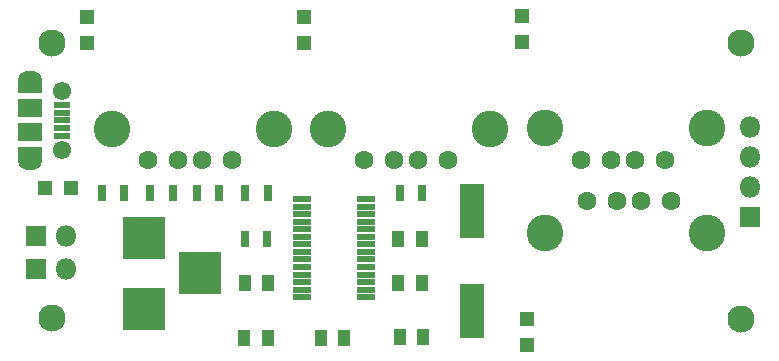
<source format=gts>
G04 #@! TF.FileFunction,Soldermask,Top*
%FSLAX46Y46*%
G04 Gerber Fmt 4.6, Leading zero omitted, Abs format (unit mm)*
G04 Created by KiCad (PCBNEW 4.0.7) date 04/20/18 23:23:33*
%MOMM*%
%LPD*%
G01*
G04 APERTURE LIST*
%ADD10C,0.127000*%
%ADD11R,1.100000X1.350000*%
%ADD12R,1.300000X1.300000*%
%ADD13R,1.625000X0.540000*%
%ADD14C,1.600000*%
%ADD15C,3.100000*%
%ADD16R,3.600000X3.600000*%
%ADD17R,0.800000X1.400000*%
%ADD18R,2.100000X4.600000*%
%ADD19C,2.300000*%
%ADD20R,2.000000X1.600000*%
%ADD21C,1.550000*%
%ADD22R,1.450000X0.500000*%
%ADD23O,2.000000X1.300000*%
%ADD24R,2.000000X1.300000*%
%ADD25R,1.800000X1.800000*%
%ADD26O,1.800000X1.800000*%
G04 APERTURE END LIST*
D10*
D11*
X141189000Y-103099000D03*
X143189000Y-103099000D03*
X134636000Y-107747000D03*
X136636000Y-107747000D03*
X143326000Y-107711000D03*
X141326000Y-107711000D03*
X141189000Y-99385100D03*
X143189000Y-99385100D03*
X130200000Y-103099000D03*
X128200000Y-103099000D03*
X130159000Y-107787000D03*
X128159000Y-107787000D03*
D12*
X113490000Y-95097600D03*
X111290000Y-95097600D03*
X114859000Y-82801600D03*
X114859000Y-80601600D03*
X151643000Y-82755900D03*
X151643000Y-80555900D03*
X133182000Y-82837200D03*
X133182000Y-80637200D03*
X152080000Y-106154000D03*
X152080000Y-108354000D03*
D13*
X138470000Y-104338000D03*
X138470000Y-103698000D03*
X138470000Y-103058000D03*
X138470000Y-102418000D03*
X138470000Y-101778000D03*
X138470000Y-101138000D03*
X138470000Y-100498000D03*
X138470000Y-99858000D03*
X138470000Y-99218000D03*
X138470000Y-98578000D03*
X138470000Y-97938000D03*
X138470000Y-97298000D03*
X138470000Y-96658000D03*
X138470000Y-96018000D03*
X133046000Y-96018000D03*
X133046000Y-96658000D03*
X133046000Y-97298000D03*
X133046000Y-97938000D03*
X133046000Y-98578000D03*
X133046000Y-99218000D03*
X133046000Y-99858000D03*
X133046000Y-100498000D03*
X133046000Y-101138000D03*
X133046000Y-101778000D03*
X133046000Y-102418000D03*
X133046000Y-103058000D03*
X133046000Y-103698000D03*
X133046000Y-104338000D03*
D14*
X119992000Y-92735400D03*
X122532000Y-92735400D03*
X124562000Y-92735400D03*
X127102000Y-92735400D03*
D15*
X116942000Y-90065400D03*
X130662000Y-90065400D03*
D14*
X138264000Y-92735400D03*
X140804000Y-92735400D03*
X142834000Y-92735400D03*
X145374000Y-92735400D03*
D15*
X135214000Y-90065400D03*
X148934000Y-90065400D03*
D14*
X156705000Y-92679500D03*
X159245000Y-92679500D03*
X161275000Y-92679500D03*
X163815000Y-92679500D03*
D15*
X153655000Y-90009500D03*
X167375000Y-90009500D03*
D14*
X164306000Y-96205000D03*
X161766000Y-96205000D03*
X159736000Y-96205000D03*
X157196000Y-96205000D03*
D15*
X167356000Y-98875000D03*
X153636000Y-98875000D03*
D16*
X119695000Y-99298800D03*
X119695000Y-105298800D03*
X124395000Y-102298800D03*
D17*
X141331000Y-95524300D03*
X143231000Y-95524300D03*
X130145000Y-95529400D03*
X128245000Y-95529400D03*
X124160000Y-95524300D03*
X126060000Y-95524300D03*
X120218000Y-95524300D03*
X122118000Y-95524300D03*
X130089000Y-99410500D03*
X128189000Y-99410500D03*
X116119000Y-95529400D03*
X118019000Y-95529400D03*
D18*
X147411000Y-105535000D03*
X147411000Y-97035000D03*
D19*
X170216000Y-106147000D03*
X170216000Y-82844600D03*
X111917000Y-82839600D03*
X111907000Y-106116000D03*
D20*
X110056000Y-90347000D03*
D21*
X112756000Y-86847000D03*
D22*
X112756000Y-88697000D03*
X112756000Y-88047000D03*
X112756000Y-90647000D03*
X112756000Y-89997000D03*
X112756000Y-89347000D03*
D21*
X112756000Y-91847000D03*
D20*
X110056000Y-88347000D03*
D23*
X110056000Y-85847000D03*
X110056000Y-92847000D03*
D24*
X110056000Y-92247000D03*
X110056000Y-86447000D03*
D25*
X171021000Y-97538500D03*
D26*
X171021000Y-94998500D03*
X171021000Y-92458500D03*
X171021000Y-89918500D03*
D25*
X110498000Y-101933000D03*
D26*
X113038000Y-101933000D03*
D25*
X110490000Y-99151400D03*
D26*
X113030000Y-99151400D03*
M02*

</source>
